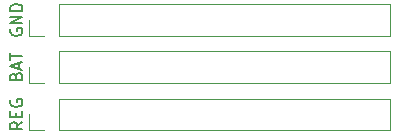
<source format=gbr>
%TF.GenerationSoftware,KiCad,Pcbnew,7.0.5-0*%
%TF.CreationDate,2023-06-10T22:57:50-04:00*%
%TF.ProjectId,proto-power-rails,70726f74-6f2d-4706-9f77-65722d726169,0*%
%TF.SameCoordinates,Original*%
%TF.FileFunction,Legend,Top*%
%TF.FilePolarity,Positive*%
%FSLAX46Y46*%
G04 Gerber Fmt 4.6, Leading zero omitted, Abs format (unit mm)*
G04 Created by KiCad (PCBNEW 7.0.5-0) date 2023-06-10 22:57:50*
%MOMM*%
%LPD*%
G01*
G04 APERTURE LIST*
%ADD10C,0.150000*%
%ADD11C,0.120000*%
G04 APERTURE END LIST*
D10*
%TO.C,GND*%
X134672438Y-102761904D02*
X134624819Y-102857142D01*
X134624819Y-102857142D02*
X134624819Y-102999999D01*
X134624819Y-102999999D02*
X134672438Y-103142856D01*
X134672438Y-103142856D02*
X134767676Y-103238094D01*
X134767676Y-103238094D02*
X134862914Y-103285713D01*
X134862914Y-103285713D02*
X135053390Y-103333332D01*
X135053390Y-103333332D02*
X135196247Y-103333332D01*
X135196247Y-103333332D02*
X135386723Y-103285713D01*
X135386723Y-103285713D02*
X135481961Y-103238094D01*
X135481961Y-103238094D02*
X135577200Y-103142856D01*
X135577200Y-103142856D02*
X135624819Y-102999999D01*
X135624819Y-102999999D02*
X135624819Y-102904761D01*
X135624819Y-102904761D02*
X135577200Y-102761904D01*
X135577200Y-102761904D02*
X135529580Y-102714285D01*
X135529580Y-102714285D02*
X135196247Y-102714285D01*
X135196247Y-102714285D02*
X135196247Y-102904761D01*
X135624819Y-102285713D02*
X134624819Y-102285713D01*
X134624819Y-102285713D02*
X135624819Y-101714285D01*
X135624819Y-101714285D02*
X134624819Y-101714285D01*
X135624819Y-101238094D02*
X134624819Y-101238094D01*
X134624819Y-101238094D02*
X134624819Y-100999999D01*
X134624819Y-100999999D02*
X134672438Y-100857142D01*
X134672438Y-100857142D02*
X134767676Y-100761904D01*
X134767676Y-100761904D02*
X134862914Y-100714285D01*
X134862914Y-100714285D02*
X135053390Y-100666666D01*
X135053390Y-100666666D02*
X135196247Y-100666666D01*
X135196247Y-100666666D02*
X135386723Y-100714285D01*
X135386723Y-100714285D02*
X135481961Y-100761904D01*
X135481961Y-100761904D02*
X135577200Y-100857142D01*
X135577200Y-100857142D02*
X135624819Y-100999999D01*
X135624819Y-100999999D02*
X135624819Y-101238094D01*
%TO.C,REG*%
X135624819Y-110642857D02*
X135148628Y-110976190D01*
X135624819Y-111214285D02*
X134624819Y-111214285D01*
X134624819Y-111214285D02*
X134624819Y-110833333D01*
X134624819Y-110833333D02*
X134672438Y-110738095D01*
X134672438Y-110738095D02*
X134720057Y-110690476D01*
X134720057Y-110690476D02*
X134815295Y-110642857D01*
X134815295Y-110642857D02*
X134958152Y-110642857D01*
X134958152Y-110642857D02*
X135053390Y-110690476D01*
X135053390Y-110690476D02*
X135101009Y-110738095D01*
X135101009Y-110738095D02*
X135148628Y-110833333D01*
X135148628Y-110833333D02*
X135148628Y-111214285D01*
X135101009Y-110214285D02*
X135101009Y-109880952D01*
X135624819Y-109738095D02*
X135624819Y-110214285D01*
X135624819Y-110214285D02*
X134624819Y-110214285D01*
X134624819Y-110214285D02*
X134624819Y-109738095D01*
X134672438Y-108785714D02*
X134624819Y-108880952D01*
X134624819Y-108880952D02*
X134624819Y-109023809D01*
X134624819Y-109023809D02*
X134672438Y-109166666D01*
X134672438Y-109166666D02*
X134767676Y-109261904D01*
X134767676Y-109261904D02*
X134862914Y-109309523D01*
X134862914Y-109309523D02*
X135053390Y-109357142D01*
X135053390Y-109357142D02*
X135196247Y-109357142D01*
X135196247Y-109357142D02*
X135386723Y-109309523D01*
X135386723Y-109309523D02*
X135481961Y-109261904D01*
X135481961Y-109261904D02*
X135577200Y-109166666D01*
X135577200Y-109166666D02*
X135624819Y-109023809D01*
X135624819Y-109023809D02*
X135624819Y-108928571D01*
X135624819Y-108928571D02*
X135577200Y-108785714D01*
X135577200Y-108785714D02*
X135529580Y-108738095D01*
X135529580Y-108738095D02*
X135196247Y-108738095D01*
X135196247Y-108738095D02*
X135196247Y-108928571D01*
%TO.C,BAT*%
X135101009Y-106738095D02*
X135148628Y-106595238D01*
X135148628Y-106595238D02*
X135196247Y-106547619D01*
X135196247Y-106547619D02*
X135291485Y-106500000D01*
X135291485Y-106500000D02*
X135434342Y-106500000D01*
X135434342Y-106500000D02*
X135529580Y-106547619D01*
X135529580Y-106547619D02*
X135577200Y-106595238D01*
X135577200Y-106595238D02*
X135624819Y-106690476D01*
X135624819Y-106690476D02*
X135624819Y-107071428D01*
X135624819Y-107071428D02*
X134624819Y-107071428D01*
X134624819Y-107071428D02*
X134624819Y-106738095D01*
X134624819Y-106738095D02*
X134672438Y-106642857D01*
X134672438Y-106642857D02*
X134720057Y-106595238D01*
X134720057Y-106595238D02*
X134815295Y-106547619D01*
X134815295Y-106547619D02*
X134910533Y-106547619D01*
X134910533Y-106547619D02*
X135005771Y-106595238D01*
X135005771Y-106595238D02*
X135053390Y-106642857D01*
X135053390Y-106642857D02*
X135101009Y-106738095D01*
X135101009Y-106738095D02*
X135101009Y-107071428D01*
X135339104Y-106119047D02*
X135339104Y-105642857D01*
X135624819Y-106214285D02*
X134624819Y-105880952D01*
X134624819Y-105880952D02*
X135624819Y-105547619D01*
X134624819Y-105357142D02*
X134624819Y-104785714D01*
X135624819Y-105071428D02*
X134624819Y-105071428D01*
D11*
%TO.C,GND*%
X136170000Y-103330000D02*
X136170000Y-102000000D01*
X137500000Y-103330000D02*
X136170000Y-103330000D01*
X138770000Y-103330000D02*
X166770000Y-103330000D01*
X138770000Y-103330000D02*
X138770000Y-100670000D01*
X166770000Y-103330000D02*
X166770000Y-100670000D01*
X138770000Y-100670000D02*
X166770000Y-100670000D01*
%TO.C,REG*%
X136170000Y-111330000D02*
X136170000Y-110000000D01*
X137500000Y-111330000D02*
X136170000Y-111330000D01*
X138770000Y-111330000D02*
X166770000Y-111330000D01*
X138770000Y-111330000D02*
X138770000Y-108670000D01*
X166770000Y-111330000D02*
X166770000Y-108670000D01*
X138770000Y-108670000D02*
X166770000Y-108670000D01*
%TO.C,BAT*%
X136170000Y-107330000D02*
X136170000Y-106000000D01*
X137500000Y-107330000D02*
X136170000Y-107330000D01*
X138770000Y-107330000D02*
X166770000Y-107330000D01*
X138770000Y-107330000D02*
X138770000Y-104670000D01*
X166770000Y-107330000D02*
X166770000Y-104670000D01*
X138770000Y-104670000D02*
X166770000Y-104670000D01*
%TD*%
M02*

</source>
